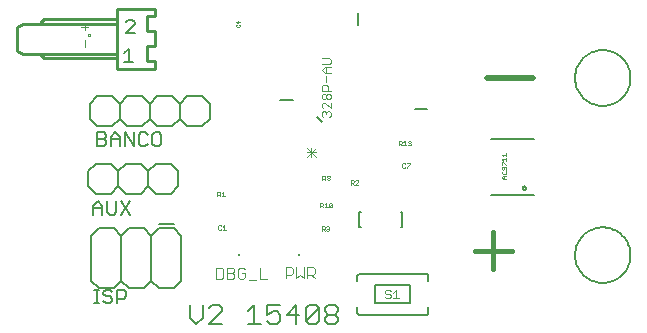
<source format=gto>
G75*
%MOIN*%
%OFA0B0*%
%FSLAX24Y24*%
%IPPOS*%
%LPD*%
%AMOC8*
5,1,8,0,0,1.08239X$1,22.5*
%
%ADD10C,0.0060*%
%ADD11C,0.0200*%
%ADD12C,0.0160*%
%ADD13C,0.0010*%
%ADD14R,0.0079X0.0079*%
%ADD15C,0.0030*%
%ADD16C,0.0080*%
%ADD17C,0.0050*%
%ADD18C,0.0020*%
%ADD19C,0.0100*%
%ADD20C,0.0070*%
%ADD21C,0.0040*%
D10*
X007706Y000827D02*
X007920Y000614D01*
X008133Y000827D01*
X008133Y001254D01*
X008351Y001148D02*
X008457Y001254D01*
X008671Y001254D01*
X008778Y001148D01*
X008778Y001041D01*
X008351Y000614D01*
X008778Y000614D01*
X009640Y000614D02*
X010067Y000614D01*
X009853Y000614D02*
X009853Y001254D01*
X009640Y001041D01*
X010284Y000934D02*
X010498Y001041D01*
X010605Y001041D01*
X010711Y000934D01*
X010711Y000721D01*
X010605Y000614D01*
X010391Y000614D01*
X010284Y000721D01*
X010284Y000934D02*
X010284Y001254D01*
X010711Y001254D01*
X010929Y000934D02*
X011249Y001254D01*
X011249Y000614D01*
X011573Y000721D02*
X012001Y001148D01*
X012001Y000721D01*
X011894Y000614D01*
X011680Y000614D01*
X011573Y000721D01*
X011573Y001148D01*
X011680Y001254D01*
X011894Y001254D01*
X012001Y001148D01*
X012218Y001148D02*
X012218Y001041D01*
X012325Y000934D01*
X012538Y000934D01*
X012645Y000827D01*
X012645Y000721D01*
X012538Y000614D01*
X012325Y000614D01*
X012218Y000721D01*
X012218Y000827D01*
X012325Y000934D01*
X012538Y000934D02*
X012645Y001041D01*
X012645Y001148D01*
X012538Y001254D01*
X012325Y001254D01*
X012218Y001148D01*
X011356Y000934D02*
X010929Y000934D01*
X007706Y000827D02*
X007706Y001254D01*
X007068Y004959D02*
X006568Y004959D01*
X006318Y005209D01*
X006068Y004959D01*
X005568Y004959D01*
X005318Y005209D01*
X005068Y004959D01*
X004568Y004959D01*
X004318Y005209D01*
X004318Y005709D01*
X004568Y005959D01*
X005068Y005959D01*
X005318Y005709D01*
X005568Y005959D01*
X006068Y005959D01*
X006318Y005709D01*
X006568Y005959D01*
X007068Y005959D01*
X007318Y005709D01*
X007318Y005209D01*
X007068Y004959D01*
X006318Y005209D02*
X006318Y005709D01*
X005318Y005709D02*
X005318Y005209D01*
X005118Y007209D02*
X004618Y007209D01*
X004368Y007459D01*
X004368Y007959D01*
X004618Y008209D01*
X005118Y008209D01*
X005368Y007959D01*
X005618Y008209D01*
X006118Y008209D01*
X006368Y007959D01*
X006368Y007459D01*
X006118Y007209D01*
X005618Y007209D01*
X005368Y007459D01*
X005118Y007209D01*
X005368Y007459D02*
X005368Y007959D01*
X006368Y007959D02*
X006618Y008209D01*
X007118Y008209D01*
X007368Y007959D01*
X007618Y008209D01*
X008118Y008209D01*
X008368Y007959D01*
X008368Y007459D01*
X008118Y007209D01*
X007618Y007209D01*
X007368Y007459D01*
X007118Y007209D01*
X006618Y007209D01*
X006368Y007459D01*
X007368Y007459D02*
X007368Y007959D01*
X010718Y008089D02*
X011128Y008089D01*
X011958Y007509D02*
X012118Y007349D01*
X015208Y007769D02*
X015608Y007769D01*
X017752Y006792D02*
X019171Y006792D01*
X019171Y004932D02*
X017752Y004932D01*
X020541Y002913D02*
X020543Y002973D01*
X020549Y003034D01*
X020559Y003093D01*
X020573Y003152D01*
X020590Y003210D01*
X020611Y003267D01*
X020636Y003322D01*
X020665Y003375D01*
X020697Y003427D01*
X020732Y003476D01*
X020771Y003523D01*
X020812Y003567D01*
X020856Y003608D01*
X020903Y003647D01*
X020952Y003682D01*
X021003Y003714D01*
X021057Y003743D01*
X021112Y003768D01*
X021169Y003789D01*
X021227Y003806D01*
X021286Y003820D01*
X021345Y003830D01*
X021406Y003836D01*
X021466Y003838D01*
X021526Y003836D01*
X021587Y003830D01*
X021646Y003820D01*
X021705Y003806D01*
X021763Y003789D01*
X021820Y003768D01*
X021875Y003743D01*
X021928Y003714D01*
X021980Y003682D01*
X022029Y003647D01*
X022076Y003608D01*
X022120Y003567D01*
X022161Y003523D01*
X022200Y003476D01*
X022235Y003427D01*
X022267Y003376D01*
X022296Y003322D01*
X022321Y003267D01*
X022342Y003210D01*
X022359Y003152D01*
X022373Y003093D01*
X022383Y003034D01*
X022389Y002973D01*
X022391Y002913D01*
X022389Y002853D01*
X022383Y002792D01*
X022373Y002733D01*
X022359Y002674D01*
X022342Y002616D01*
X022321Y002559D01*
X022296Y002504D01*
X022267Y002451D01*
X022235Y002399D01*
X022200Y002350D01*
X022161Y002303D01*
X022120Y002259D01*
X022076Y002218D01*
X022029Y002179D01*
X021980Y002144D01*
X021929Y002112D01*
X021875Y002083D01*
X021820Y002058D01*
X021763Y002037D01*
X021705Y002020D01*
X021646Y002006D01*
X021587Y001996D01*
X021526Y001990D01*
X021466Y001988D01*
X021406Y001990D01*
X021345Y001996D01*
X021286Y002006D01*
X021227Y002020D01*
X021169Y002037D01*
X021112Y002058D01*
X021057Y002083D01*
X021004Y002112D01*
X020952Y002144D01*
X020903Y002179D01*
X020856Y002218D01*
X020812Y002259D01*
X020771Y002303D01*
X020732Y002350D01*
X020697Y002399D01*
X020665Y002450D01*
X020636Y002504D01*
X020611Y002559D01*
X020590Y002616D01*
X020573Y002674D01*
X020559Y002733D01*
X020549Y002792D01*
X020543Y002853D01*
X020541Y002913D01*
X020541Y008819D02*
X020543Y008879D01*
X020549Y008940D01*
X020559Y008999D01*
X020573Y009058D01*
X020590Y009116D01*
X020611Y009173D01*
X020636Y009228D01*
X020665Y009281D01*
X020697Y009333D01*
X020732Y009382D01*
X020771Y009429D01*
X020812Y009473D01*
X020856Y009514D01*
X020903Y009553D01*
X020952Y009588D01*
X021003Y009620D01*
X021057Y009649D01*
X021112Y009674D01*
X021169Y009695D01*
X021227Y009712D01*
X021286Y009726D01*
X021345Y009736D01*
X021406Y009742D01*
X021466Y009744D01*
X021526Y009742D01*
X021587Y009736D01*
X021646Y009726D01*
X021705Y009712D01*
X021763Y009695D01*
X021820Y009674D01*
X021875Y009649D01*
X021928Y009620D01*
X021980Y009588D01*
X022029Y009553D01*
X022076Y009514D01*
X022120Y009473D01*
X022161Y009429D01*
X022200Y009382D01*
X022235Y009333D01*
X022267Y009282D01*
X022296Y009228D01*
X022321Y009173D01*
X022342Y009116D01*
X022359Y009058D01*
X022373Y008999D01*
X022383Y008940D01*
X022389Y008879D01*
X022391Y008819D01*
X022389Y008759D01*
X022383Y008698D01*
X022373Y008639D01*
X022359Y008580D01*
X022342Y008522D01*
X022321Y008465D01*
X022296Y008410D01*
X022267Y008357D01*
X022235Y008305D01*
X022200Y008256D01*
X022161Y008209D01*
X022120Y008165D01*
X022076Y008124D01*
X022029Y008085D01*
X021980Y008050D01*
X021929Y008018D01*
X021875Y007989D01*
X021820Y007964D01*
X021763Y007943D01*
X021705Y007926D01*
X021646Y007912D01*
X021587Y007902D01*
X021526Y007896D01*
X021466Y007894D01*
X021406Y007896D01*
X021345Y007902D01*
X021286Y007912D01*
X021227Y007926D01*
X021169Y007943D01*
X021112Y007964D01*
X021057Y007989D01*
X021004Y008018D01*
X020952Y008050D01*
X020903Y008085D01*
X020856Y008124D01*
X020812Y008165D01*
X020771Y008209D01*
X020732Y008256D01*
X020697Y008305D01*
X020665Y008356D01*
X020636Y008410D01*
X020611Y008465D01*
X020590Y008522D01*
X020573Y008580D01*
X020559Y008639D01*
X020549Y008698D01*
X020543Y008759D01*
X020541Y008819D01*
X013318Y010599D02*
X013318Y010999D01*
D11*
X017595Y008810D02*
X019157Y008810D01*
D12*
X017824Y003673D02*
X017824Y002446D01*
X018438Y003060D02*
X017210Y003060D01*
D13*
X013320Y005264D02*
X013220Y005264D01*
X013320Y005364D01*
X013320Y005389D01*
X013295Y005414D01*
X013245Y005414D01*
X013220Y005389D01*
X013173Y005389D02*
X013173Y005339D01*
X013148Y005314D01*
X013073Y005314D01*
X013123Y005314D02*
X013173Y005264D01*
X013073Y005264D02*
X013073Y005414D01*
X013148Y005414D01*
X013173Y005389D01*
X012370Y005439D02*
X012345Y005414D01*
X012295Y005414D01*
X012270Y005439D01*
X012270Y005464D01*
X012295Y005489D01*
X012345Y005489D01*
X012370Y005464D01*
X012370Y005439D01*
X012345Y005489D02*
X012370Y005514D01*
X012370Y005539D01*
X012345Y005564D01*
X012295Y005564D01*
X012270Y005539D01*
X012270Y005514D01*
X012295Y005489D01*
X012223Y005489D02*
X012198Y005464D01*
X012123Y005464D01*
X012173Y005464D02*
X012223Y005414D01*
X012223Y005489D02*
X012223Y005539D01*
X012198Y005564D01*
X012123Y005564D01*
X012123Y005414D01*
X012122Y004657D02*
X012047Y004657D01*
X012047Y004507D01*
X012047Y004557D02*
X012122Y004557D01*
X012147Y004582D01*
X012147Y004632D01*
X012122Y004657D01*
X012194Y004607D02*
X012244Y004657D01*
X012244Y004507D01*
X012194Y004507D02*
X012294Y004507D01*
X012341Y004532D02*
X012441Y004632D01*
X012441Y004532D01*
X012416Y004507D01*
X012366Y004507D01*
X012341Y004532D01*
X012341Y004632D01*
X012366Y004657D01*
X012416Y004657D01*
X012441Y004632D01*
X012147Y004507D02*
X012097Y004557D01*
X012094Y003875D02*
X012169Y003875D01*
X012194Y003850D01*
X012194Y003800D01*
X012169Y003775D01*
X012094Y003775D01*
X012094Y003725D02*
X012094Y003875D01*
X012144Y003775D02*
X012194Y003725D01*
X012241Y003750D02*
X012267Y003725D01*
X012317Y003725D01*
X012342Y003750D01*
X012342Y003775D01*
X012317Y003800D01*
X012292Y003800D01*
X012317Y003800D02*
X012342Y003825D01*
X012342Y003850D01*
X012317Y003875D01*
X012267Y003875D01*
X012241Y003850D01*
X008901Y003753D02*
X008801Y003753D01*
X008851Y003753D02*
X008851Y003903D01*
X008801Y003853D01*
X008754Y003878D02*
X008729Y003903D01*
X008679Y003903D01*
X008654Y003878D01*
X008654Y003778D01*
X008679Y003753D01*
X008729Y003753D01*
X008754Y003778D01*
X008770Y004885D02*
X008870Y004885D01*
X008820Y004885D02*
X008820Y005035D01*
X008770Y004985D01*
X008723Y004960D02*
X008698Y004935D01*
X008623Y004935D01*
X008673Y004935D02*
X008723Y004885D01*
X008723Y004960D02*
X008723Y005010D01*
X008698Y005035D01*
X008623Y005035D01*
X008623Y004885D01*
X014673Y006574D02*
X014673Y006724D01*
X014748Y006724D01*
X014773Y006699D01*
X014773Y006649D01*
X014748Y006624D01*
X014673Y006624D01*
X014723Y006624D02*
X014773Y006574D01*
X014821Y006574D02*
X014921Y006574D01*
X014871Y006574D02*
X014871Y006724D01*
X014821Y006674D01*
X014968Y006699D02*
X014993Y006724D01*
X015043Y006724D01*
X015068Y006699D01*
X015068Y006674D01*
X015043Y006649D01*
X015068Y006624D01*
X015068Y006599D01*
X015043Y006574D01*
X014993Y006574D01*
X014968Y006599D01*
X015018Y006649D02*
X015043Y006649D01*
X015036Y005980D02*
X014936Y005980D01*
X014889Y005955D02*
X014864Y005980D01*
X014814Y005980D01*
X014789Y005955D01*
X014789Y005854D01*
X014814Y005829D01*
X014864Y005829D01*
X014889Y005854D01*
X014936Y005854D02*
X014936Y005829D01*
X014936Y005854D02*
X015036Y005955D01*
X015036Y005980D01*
X018106Y006009D02*
X018132Y006009D01*
X018232Y005909D01*
X018257Y005909D01*
X018232Y005862D02*
X018257Y005837D01*
X018257Y005787D01*
X018232Y005762D01*
X018232Y005714D02*
X018257Y005689D01*
X018257Y005639D01*
X018232Y005614D01*
X018132Y005614D01*
X018106Y005639D01*
X018106Y005689D01*
X018132Y005714D01*
X018132Y005762D02*
X018157Y005762D01*
X018182Y005787D01*
X018182Y005837D01*
X018207Y005862D01*
X018232Y005862D01*
X018132Y005862D02*
X018106Y005837D01*
X018106Y005787D01*
X018132Y005762D01*
X018157Y005567D02*
X018257Y005567D01*
X018182Y005567D02*
X018182Y005467D01*
X018157Y005467D02*
X018257Y005467D01*
X018157Y005467D02*
X018106Y005517D01*
X018157Y005567D01*
X018106Y005909D02*
X018106Y006009D01*
X018157Y006056D02*
X018106Y006106D01*
X018257Y006106D01*
X018257Y006056D02*
X018257Y006156D01*
X018257Y006204D02*
X018257Y006304D01*
X018257Y006254D02*
X018106Y006254D01*
X018157Y006204D01*
X009364Y010546D02*
X009364Y010583D01*
X009345Y010601D01*
X009309Y010638D02*
X009309Y010711D01*
X009364Y010693D02*
X009254Y010693D01*
X009309Y010638D01*
X009272Y010601D02*
X009254Y010583D01*
X009254Y010546D01*
X009272Y010528D01*
X009345Y010528D01*
X009364Y010546D01*
D14*
X009329Y002909D03*
X011329Y002909D03*
D15*
X011258Y002504D02*
X011258Y002140D01*
X011379Y002261D01*
X011501Y002140D01*
X011501Y002504D01*
X011620Y002504D02*
X011802Y002504D01*
X011863Y002443D01*
X011863Y002322D01*
X011802Y002261D01*
X011620Y002261D01*
X011620Y002140D02*
X011620Y002504D01*
X011742Y002261D02*
X011863Y002140D01*
X011138Y002322D02*
X011077Y002261D01*
X010895Y002261D01*
X010895Y002140D02*
X010895Y002504D01*
X011077Y002504D01*
X011138Y002443D01*
X011138Y002322D01*
X010275Y002132D02*
X010033Y002132D01*
X010033Y002496D01*
X009550Y002436D02*
X009490Y002496D01*
X009368Y002496D01*
X009308Y002436D01*
X009308Y002193D01*
X009368Y002132D01*
X009490Y002132D01*
X009550Y002193D01*
X009550Y002314D01*
X009429Y002314D01*
X009188Y002254D02*
X009188Y002193D01*
X009127Y002132D01*
X008945Y002132D01*
X008945Y002496D01*
X009127Y002496D01*
X009188Y002436D01*
X009188Y002375D01*
X009127Y002314D01*
X008945Y002314D01*
X008825Y002193D02*
X008825Y002436D01*
X008765Y002496D01*
X008583Y002496D01*
X008583Y002132D01*
X008765Y002132D01*
X008825Y002193D01*
X009127Y002314D02*
X009188Y002254D01*
X009670Y002072D02*
X009913Y002072D01*
X011601Y006184D02*
X011915Y006497D01*
X011601Y006184D01*
X011601Y006341D02*
X011915Y006341D01*
X011601Y006341D01*
X011758Y006497D02*
X011758Y006184D01*
X011758Y006497D01*
X011601Y006497D02*
X011915Y006184D01*
X011601Y006497D01*
X012151Y007514D02*
X012103Y007562D01*
X012103Y007659D01*
X012151Y007707D01*
X012199Y007707D01*
X012248Y007659D01*
X012296Y007707D01*
X012345Y007707D01*
X012393Y007659D01*
X012393Y007562D01*
X012345Y007514D01*
X012248Y007610D02*
X012248Y007659D01*
X012151Y007808D02*
X012103Y007857D01*
X012103Y007954D01*
X012151Y008002D01*
X012199Y008002D01*
X012393Y007808D01*
X012393Y008002D01*
X012345Y008103D02*
X012296Y008103D01*
X012248Y008151D01*
X012248Y008248D01*
X012296Y008297D01*
X012345Y008297D01*
X012393Y008248D01*
X012393Y008151D01*
X012345Y008103D01*
X012248Y008151D02*
X012199Y008103D01*
X012151Y008103D01*
X012103Y008151D01*
X012103Y008248D01*
X012151Y008297D01*
X012199Y008297D01*
X012248Y008248D01*
X012296Y008398D02*
X012296Y008543D01*
X012248Y008591D01*
X012151Y008591D01*
X012103Y008543D01*
X012103Y008398D01*
X012393Y008398D01*
X012248Y008692D02*
X012248Y008886D01*
X012248Y008987D02*
X012248Y009180D01*
X012199Y009180D02*
X012393Y009180D01*
X012345Y009282D02*
X012393Y009330D01*
X012393Y009427D01*
X012345Y009475D01*
X012103Y009475D01*
X012103Y009282D02*
X012345Y009282D01*
X012199Y009180D02*
X012103Y009084D01*
X012199Y008987D01*
X012393Y008987D01*
D16*
X018795Y005152D02*
X018797Y005167D01*
X018803Y005180D01*
X018812Y005192D01*
X018823Y005201D01*
X018837Y005207D01*
X018852Y005209D01*
X018867Y005207D01*
X018880Y005201D01*
X018892Y005192D01*
X018901Y005181D01*
X018907Y005167D01*
X018909Y005152D01*
X018907Y005137D01*
X018901Y005124D01*
X018892Y005112D01*
X018881Y005103D01*
X018867Y005097D01*
X018852Y005095D01*
X018837Y005097D01*
X018824Y005103D01*
X018812Y005112D01*
X018803Y005123D01*
X018797Y005137D01*
X018795Y005152D01*
X014777Y004365D02*
X014777Y003853D01*
X014737Y003853D01*
X014737Y004365D02*
X014777Y004365D01*
X013399Y004365D02*
X013340Y004365D01*
X013340Y003853D01*
X013399Y003853D01*
X007418Y003559D02*
X007418Y002059D01*
X007168Y001809D01*
X006668Y001809D01*
X006418Y002059D01*
X006418Y003559D01*
X006168Y003809D01*
X005668Y003809D01*
X005418Y003559D01*
X005418Y002059D01*
X005168Y001809D01*
X004668Y001809D01*
X004418Y002059D01*
X004418Y003559D01*
X004668Y003809D01*
X005168Y003809D01*
X005418Y003559D01*
X006418Y003559D02*
X006668Y003809D01*
X007168Y003809D01*
X007418Y003559D01*
X007168Y003941D02*
X006668Y003941D01*
X006418Y002059D02*
X006168Y001809D01*
X005668Y001809D01*
X005418Y002059D01*
D17*
X004668Y001312D02*
X004518Y001312D01*
X004593Y001312D02*
X004593Y001763D01*
X004518Y001763D02*
X004668Y001763D01*
X004825Y001688D02*
X004825Y001613D01*
X004900Y001538D01*
X005050Y001538D01*
X005125Y001463D01*
X005125Y001388D01*
X005050Y001312D01*
X004900Y001312D01*
X004825Y001388D01*
X005285Y001463D02*
X005510Y001463D01*
X005586Y001538D01*
X005586Y001688D01*
X005510Y001763D01*
X005285Y001763D01*
X005285Y001312D01*
X005125Y001688D02*
X005050Y001763D01*
X004900Y001763D01*
X004825Y001688D01*
X004792Y004264D02*
X004792Y004564D01*
X004642Y004714D01*
X004492Y004564D01*
X004492Y004264D01*
X004492Y004489D02*
X004792Y004489D01*
X004952Y004339D02*
X004952Y004714D01*
X005252Y004714D02*
X005252Y004339D01*
X005177Y004264D01*
X005027Y004264D01*
X004952Y004339D01*
X005413Y004264D02*
X005713Y004714D01*
X005413Y004714D02*
X005713Y004264D01*
X005834Y006554D02*
X005834Y007004D01*
X005994Y006929D02*
X005994Y006629D01*
X006069Y006554D01*
X006219Y006554D01*
X006294Y006629D01*
X006454Y006629D02*
X006530Y006554D01*
X006680Y006554D01*
X006755Y006629D01*
X006755Y006929D01*
X006680Y007004D01*
X006530Y007004D01*
X006454Y006929D01*
X006454Y006629D01*
X006294Y006929D02*
X006219Y007004D01*
X006069Y007004D01*
X005994Y006929D01*
X005834Y006554D02*
X005534Y007004D01*
X005534Y006554D01*
X005374Y006554D02*
X005374Y006854D01*
X005223Y007004D01*
X005073Y006854D01*
X005073Y006554D01*
X004913Y006629D02*
X004838Y006554D01*
X004613Y006554D01*
X004613Y007004D01*
X004838Y007004D01*
X004913Y006929D01*
X004913Y006854D01*
X004838Y006779D01*
X004613Y006779D01*
X004838Y006779D02*
X004913Y006704D01*
X004913Y006629D01*
X005073Y006779D02*
X005374Y006779D01*
X013425Y002298D02*
X015551Y002298D01*
X015551Y002297D02*
X015568Y002296D01*
X015585Y002291D01*
X015600Y002284D01*
X015614Y002274D01*
X015626Y002262D01*
X015636Y002248D01*
X015643Y002233D01*
X015648Y002216D01*
X015649Y002199D01*
X015649Y002042D01*
X015058Y001904D02*
X015058Y001313D01*
X013877Y001313D01*
X013877Y001904D01*
X015058Y001904D01*
X015649Y001176D02*
X015649Y001018D01*
X015648Y001001D01*
X015643Y000984D01*
X015636Y000969D01*
X015626Y000955D01*
X015614Y000943D01*
X015600Y000933D01*
X015585Y000926D01*
X015568Y000921D01*
X015551Y000920D01*
X013385Y000920D01*
X013368Y000921D01*
X013351Y000926D01*
X013336Y000933D01*
X013322Y000943D01*
X013310Y000955D01*
X013300Y000969D01*
X013293Y000984D01*
X013288Y001001D01*
X013287Y001018D01*
X013287Y001176D01*
X013287Y002042D02*
X013287Y002199D01*
X013287Y002200D02*
X013292Y002220D01*
X013301Y002239D01*
X013312Y002256D01*
X013327Y002271D01*
X013344Y002283D01*
X013363Y002292D01*
X013383Y002298D01*
X013404Y002300D01*
X013425Y002298D01*
D18*
X014207Y001715D02*
X014207Y001668D01*
X014253Y001621D01*
X014347Y001621D01*
X014393Y001575D01*
X014393Y001528D01*
X014347Y001481D01*
X014253Y001481D01*
X014207Y001528D01*
X014483Y001481D02*
X014670Y001481D01*
X014576Y001481D02*
X014576Y001762D01*
X014483Y001668D01*
X014393Y001715D02*
X014347Y001762D01*
X014253Y001762D01*
X014207Y001715D01*
D19*
X006539Y009125D02*
X005289Y009125D01*
X005289Y009625D01*
X002139Y009625D01*
X001939Y009725D01*
X001939Y010145D01*
X001939Y010105D01*
X001939Y010145D02*
X001939Y010525D01*
X002139Y010625D01*
X005289Y010625D01*
X005289Y010775D02*
X002839Y010775D01*
X002699Y010645D01*
X002699Y009605D02*
X002839Y009475D01*
X005289Y009475D01*
X005289Y009625D02*
X005289Y010775D01*
X005289Y011125D01*
X006539Y011125D01*
X006539Y010875D01*
X006289Y010875D01*
X006289Y010375D01*
X006539Y010375D01*
X006539Y009875D01*
X006289Y009875D01*
X006289Y009375D01*
X006539Y009375D01*
X006539Y009125D01*
D20*
X005811Y009350D02*
X005524Y009350D01*
X005668Y009350D02*
X005668Y009781D01*
X005524Y009637D01*
X005574Y010330D02*
X005861Y010617D01*
X005861Y010689D01*
X005790Y010761D01*
X005646Y010761D01*
X005574Y010689D01*
X005574Y010330D02*
X005861Y010330D01*
D21*
X004380Y010284D02*
X004380Y010224D01*
X004320Y010224D01*
X004320Y010284D01*
X004380Y010284D01*
X004200Y010408D02*
X004200Y010648D01*
X004080Y010528D02*
X004320Y010528D01*
X004200Y010096D02*
X004200Y009855D01*
M02*

</source>
